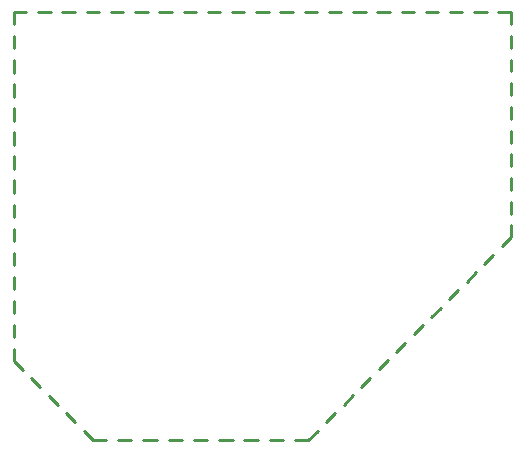
<source format=gbp>
G75*
%MOIN*%
%OFA0B0*%
%FSLAX25Y25*%
%IPPOS*%
%LPD*%
%AMOC8*
5,1,8,0,0,1.08239X$1,22.5*
%
%ADD10C,0.01000*%
D10*
X0013114Y0016136D02*
X0016136Y0013114D01*
X0018920Y0010330D02*
X0021943Y0007307D01*
X0024727Y0004523D02*
X0027750Y0001500D01*
X0032237Y0001500D01*
X0036174Y0001500D02*
X0040660Y0001500D01*
X0044597Y0001500D02*
X0049084Y0001500D01*
X0053021Y0001500D02*
X0057507Y0001500D01*
X0061444Y0001500D02*
X0065931Y0001500D01*
X0069868Y0001500D02*
X0074354Y0001500D01*
X0078291Y0001500D02*
X0082778Y0001500D01*
X0086715Y0001500D02*
X0091201Y0001500D01*
X0095138Y0001500D02*
X0099625Y0001500D01*
X0102698Y0004573D01*
X0105482Y0007357D02*
X0108555Y0010430D01*
X0111339Y0013214D02*
X0114412Y0016287D01*
X0117196Y0019071D02*
X0120269Y0022144D01*
X0123053Y0024928D02*
X0126126Y0028001D01*
X0128910Y0030785D02*
X0131983Y0033858D01*
X0134767Y0036642D02*
X0137840Y0039715D01*
X0140624Y0042499D02*
X0143697Y0045572D01*
X0146481Y0048356D02*
X0149554Y0051429D01*
X0152338Y0054213D02*
X0155411Y0057286D01*
X0158195Y0060070D02*
X0161268Y0063143D01*
X0164052Y0065927D02*
X0167125Y0069000D01*
X0167125Y0072957D01*
X0167125Y0076894D02*
X0167125Y0080850D01*
X0167125Y0084787D02*
X0167125Y0088744D01*
X0167125Y0092681D02*
X0167125Y0096638D01*
X0167125Y0100575D02*
X0167125Y0104531D01*
X0167125Y0108469D02*
X0167125Y0112425D01*
X0167125Y0116362D02*
X0167125Y0120319D01*
X0167125Y0124256D02*
X0167125Y0128213D01*
X0167125Y0132150D02*
X0167125Y0136106D01*
X0167125Y0140043D02*
X0167125Y0144000D01*
X0162988Y0144000D01*
X0159051Y0144000D02*
X0154913Y0144000D01*
X0150976Y0144000D02*
X0146839Y0144000D01*
X0142902Y0144000D02*
X0138764Y0144000D01*
X0134827Y0144000D02*
X0130690Y0144000D01*
X0126753Y0144000D02*
X0122616Y0144000D01*
X0118679Y0144000D02*
X0114541Y0144000D01*
X0110604Y0144000D02*
X0106467Y0144000D01*
X0102530Y0144000D02*
X0098393Y0144000D01*
X0094456Y0144000D02*
X0090318Y0144000D01*
X0086381Y0144000D02*
X0082244Y0144000D01*
X0078307Y0144000D02*
X0074169Y0144000D01*
X0070232Y0144000D02*
X0066095Y0144000D01*
X0062158Y0144000D02*
X0058021Y0144000D01*
X0054084Y0144000D02*
X0049946Y0144000D01*
X0046009Y0144000D02*
X0041872Y0144000D01*
X0037935Y0144000D02*
X0033798Y0144000D01*
X0029861Y0144000D02*
X0025723Y0144000D01*
X0021786Y0144000D02*
X0017649Y0144000D01*
X0013712Y0144000D02*
X0009574Y0144000D01*
X0005637Y0144000D02*
X0001500Y0144000D01*
X0001500Y0139925D01*
X0001500Y0135988D02*
X0001500Y0131912D01*
X0001500Y0127975D02*
X0001500Y0123900D01*
X0001500Y0119963D02*
X0001500Y0115887D01*
X0001500Y0111950D02*
X0001500Y0107875D01*
X0001500Y0103938D02*
X0001500Y0099862D01*
X0001500Y0095925D02*
X0001500Y0091850D01*
X0001500Y0087913D02*
X0001500Y0083837D01*
X0001500Y0079900D02*
X0001500Y0075825D01*
X0001500Y0071888D02*
X0001500Y0067812D01*
X0001500Y0063875D02*
X0001500Y0059800D01*
X0001500Y0055863D02*
X0001500Y0051787D01*
X0001500Y0047850D02*
X0001500Y0043775D01*
X0001500Y0039838D02*
X0001500Y0035762D01*
X0001500Y0031825D02*
X0001500Y0027750D01*
X0004523Y0024727D01*
X0007307Y0021943D02*
X0010330Y0018920D01*
M02*

</source>
